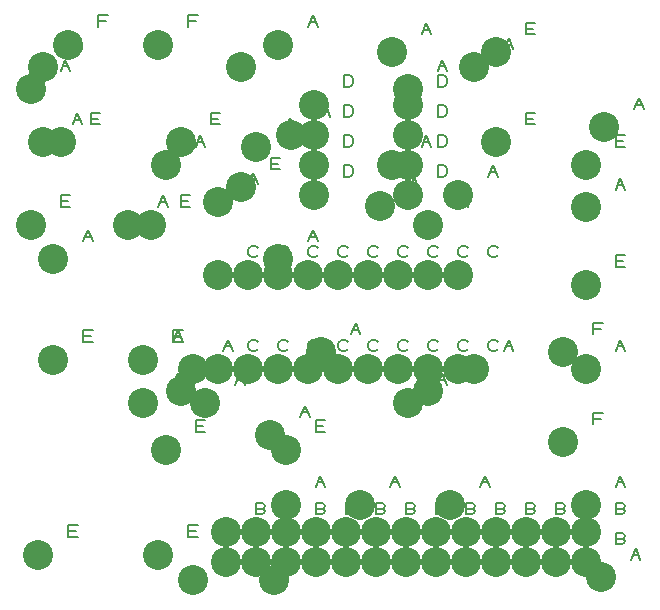
<source format=gbr>
G04 DesignSpark PCB Gerber Version 11.0 Build 5877*
G04 #@! TF.Part,Single*
G04 #@! TF.FileFunction,Drillmap*
G04 #@! TF.FilePolarity,Positive*
%FSLAX35Y35*%
%MOIN*%
%ADD24C,0.00500*%
G04 #@! TA.AperFunction,ViaPad*
%ADD74C,0.10000*%
G04 #@! TD.AperFunction*
X0Y0D02*
D02*
D24*
X25600Y134337D02*
Y138087D01*
X28725D01*
X28100Y136212D02*
X25600D01*
Y134337D02*
X28725D01*
X25600Y179620D02*
X27163Y183370D01*
X28725Y179620D01*
X26225Y181183D02*
X28100D01*
Y24337D02*
Y28087D01*
X31225D01*
X30600Y26212D02*
X28100D01*
Y24337D02*
X31225D01*
X29600Y161837D02*
X31163Y165587D01*
X32725Y161837D01*
X30225Y163400D02*
X32100D01*
X29600Y186837D02*
X31163Y190587D01*
X32725Y186837D01*
X30225Y188400D02*
X32100D01*
X33100Y89337D02*
Y93087D01*
X36225D01*
X35600Y91212D02*
X33100D01*
Y89337D02*
X36225D01*
X33100Y122744D02*
X34663Y126494D01*
X36225Y122744D01*
X33725Y124307D02*
X35600D01*
Y161837D02*
Y165587D01*
X38725D01*
X38100Y163712D02*
X35600D01*
Y161837D02*
X38725D01*
X38100Y194337D02*
Y198087D01*
X41225D01*
X40600Y196212D02*
X38100D01*
X58116Y134337D02*
X59678Y138087D01*
X61241Y134337D01*
X58741Y135900D02*
X60616D01*
X63100Y74993D02*
X64663Y78743D01*
X66225Y74993D01*
X63725Y76555D02*
X65600D01*
X63100Y89337D02*
Y93087D01*
X66225D01*
X65600Y91212D02*
X63100D01*
Y89337D02*
X66225D01*
X63100D02*
X64663Y93087D01*
X66225Y89337D01*
X63725Y90900D02*
X65600D01*
Y134337D02*
Y138087D01*
X68725D01*
X68100Y136212D02*
X65600D01*
Y134337D02*
X68725D01*
X68100Y24337D02*
Y28087D01*
X71225D01*
X70600Y26212D02*
X68100D01*
Y24337D02*
X71225D01*
X68100Y194337D02*
Y198087D01*
X71225D01*
X70600Y196212D02*
X68100D01*
X70600Y59337D02*
Y63087D01*
X73725D01*
X73100Y61212D02*
X70600D01*
Y59337D02*
X73725D01*
X70600Y154337D02*
X72163Y158087D01*
X73725Y154337D01*
X71225Y155900D02*
X73100D01*
X75600Y78977D02*
X77163Y82727D01*
X78725Y78977D01*
X76225Y80539D02*
X78100D01*
X75600Y161837D02*
Y165587D01*
X78725D01*
X78100Y163712D02*
X75600D01*
Y161837D02*
X78725D01*
X79850Y15687D02*
X81413Y19437D01*
X82975Y15687D01*
X80475Y17250D02*
X82350D01*
X79850Y86211D02*
X81413Y89961D01*
X82975Y86211D01*
X80475Y87774D02*
X82350D01*
X83834Y74993D02*
X85397Y78743D01*
X86959Y74993D01*
X84459Y76555D02*
X86334D01*
X91225Y86836D02*
X90913Y86524D01*
X90287Y86211D01*
X89350D01*
X88725Y86524D01*
X88413Y86836D01*
X88100Y87461D01*
Y88711D01*
X88413Y89336D01*
X88725Y89649D01*
X89350Y89961D01*
X90287D01*
X90913Y89649D01*
X91225Y89336D01*
Y118088D02*
X90913Y117776D01*
X90287Y117463D01*
X89350D01*
X88725Y117776D01*
X88413Y118088D01*
X88100Y118713D01*
Y119963D01*
X88413Y120588D01*
X88725Y120901D01*
X89350Y121213D01*
X90287D01*
X90913Y120901D01*
X91225Y120588D01*
X88100Y141853D02*
X89663Y145603D01*
X91225Y141853D01*
X88725Y143415D02*
X90600D01*
X92787Y23712D02*
X93413Y23400D01*
X93725Y22775D01*
X93413Y22150D01*
X92787Y21837D01*
X90600D01*
Y25587D01*
X92787D01*
X93413Y25275D01*
X93725Y24650D01*
X93413Y24025D01*
X92787Y23712D01*
X90600D01*
X92787Y33712D02*
X93413Y33400D01*
X93725Y32775D01*
X93413Y32150D01*
X92787Y31837D01*
X90600D01*
Y35587D01*
X92787D01*
X93413Y35275D01*
X93725Y34650D01*
X93413Y34025D01*
X92787Y33712D01*
X90600D01*
X95600Y146837D02*
Y150587D01*
X98725D01*
X98100Y148712D02*
X95600D01*
Y146837D02*
X98725D01*
X95600Y186837D02*
Y190587D01*
X98725D01*
X98100Y188712D02*
X95600D01*
Y186837D02*
X98725D01*
X101225Y86836D02*
X100913Y86524D01*
X100287Y86211D01*
X99350D01*
X98725Y86524D01*
X98413Y86836D01*
X98100Y87461D01*
Y88711D01*
X98413Y89336D01*
X98725Y89649D01*
X99350Y89961D01*
X100287D01*
X100913Y89649D01*
X101225Y89336D01*
Y118088D02*
X100913Y117776D01*
X100287Y117463D01*
X99350D01*
X98725Y117776D01*
X98413Y118088D01*
X98100Y118713D01*
Y119963D01*
X98413Y120588D01*
X98725Y120901D01*
X99350Y121213D01*
X100287D01*
X100913Y120901D01*
X101225Y120588D01*
X100584Y160069D02*
X102147Y163819D01*
X103709Y160069D01*
X101209Y161632D02*
X103084D01*
X102787Y23712D02*
X103413Y23400D01*
X103725Y22775D01*
X103413Y22150D01*
X102787Y21837D01*
X100600D01*
Y25587D01*
X102787D01*
X103413Y25275D01*
X103725Y24650D01*
X103413Y24025D01*
X102787Y23712D01*
X100600D01*
X102787Y33712D02*
X103413Y33400D01*
X103725Y32775D01*
X103413Y32150D01*
X102787Y31837D01*
X100600D01*
Y35587D01*
X102787D01*
X103413Y35275D01*
X103725Y34650D01*
X103413Y34025D01*
X102787Y33712D01*
X100600D01*
X105466Y64321D02*
X107029Y68071D01*
X108591Y64321D01*
X106091Y65884D02*
X107966D01*
X106616Y15687D02*
X108178Y19437D01*
X109741Y15687D01*
X107241Y17250D02*
X109116D01*
X111225Y86836D02*
X110913Y86524D01*
X110287Y86211D01*
X109350D01*
X108725Y86524D01*
X108413Y86836D01*
X108100Y87461D01*
Y88711D01*
X108413Y89336D01*
X108725Y89649D01*
X109350Y89961D01*
X110287D01*
X110913Y89649D01*
X111225Y89336D01*
Y118088D02*
X110913Y117776D01*
X110287Y117463D01*
X109350D01*
X108725Y117776D01*
X108413Y118088D01*
X108100Y118713D01*
Y119963D01*
X108413Y120588D01*
X108725Y120901D01*
X109350Y121213D01*
X110287D01*
X110913Y120901D01*
X111225Y120588D01*
X108100Y122744D02*
X109663Y126494D01*
X111225Y122744D01*
X108725Y124307D02*
X110600D01*
X108100Y194337D02*
X109663Y198087D01*
X111225Y194337D01*
X108725Y195900D02*
X110600D01*
X112787Y23712D02*
X113413Y23400D01*
X113725Y22775D01*
X113413Y22150D01*
X112787Y21837D01*
X110600D01*
Y25587D01*
X112787D01*
X113413Y25275D01*
X113725Y24650D01*
X113413Y24025D01*
X112787Y23712D01*
X110600D01*
X112787Y33712D02*
X113413Y33400D01*
X113725Y32775D01*
X113413Y32150D01*
X112787Y31837D01*
X110600D01*
Y35587D01*
X112787D01*
X113413Y35275D01*
X113725Y34650D01*
X113413Y34025D01*
X112787Y33712D01*
X110600D01*
Y40955D02*
X112163Y44705D01*
X113725Y40955D01*
X111225Y42518D02*
X113100D01*
X110600Y59337D02*
Y63087D01*
X113725D01*
X113100Y61212D02*
X110600D01*
Y59337D02*
X113725D01*
X112366Y164337D02*
X113928Y168087D01*
X115491Y164337D01*
X112991Y165900D02*
X114866D01*
X121225Y86836D02*
X120913Y86524D01*
X120287Y86211D01*
X119350D01*
X118725Y86524D01*
X118413Y86836D01*
X118100Y87461D01*
Y88711D01*
X118413Y89336D01*
X118725Y89649D01*
X119350Y89961D01*
X120287D01*
X120913Y89649D01*
X121225Y89336D01*
Y118088D02*
X120913Y117776D01*
X120287Y117463D01*
X119350D01*
X118725Y117776D01*
X118413Y118088D01*
X118100Y118713D01*
Y119963D01*
X118413Y120588D01*
X118725Y120901D01*
X119350Y121213D01*
X120287D01*
X120913Y120901D01*
X121225Y120588D01*
X119970Y144337D02*
Y148087D01*
X121845D01*
X122470Y147775D01*
X122783Y147462D01*
X123095Y146837D01*
Y145587D01*
X122783Y144962D01*
X122470Y144650D01*
X121845Y144337D01*
X119970D01*
Y154337D02*
Y158087D01*
X121845D01*
X122470Y157775D01*
X122783Y157462D01*
X123095Y156837D01*
Y155587D01*
X122783Y154962D01*
X122470Y154650D01*
X121845Y154337D01*
X119970D01*
Y164337D02*
Y168087D01*
X121845D01*
X122470Y167775D01*
X122783Y167462D01*
X123095Y166837D01*
Y165587D01*
X122783Y164962D01*
X122470Y164650D01*
X121845Y164337D01*
X119970D01*
Y174337D02*
Y178087D01*
X121845D01*
X122470Y177775D01*
X122783Y177462D01*
X123095Y176837D01*
Y175587D01*
X122783Y174962D01*
X122470Y174650D01*
X121845Y174337D01*
X119970D01*
X122787Y23712D02*
X123413Y23400D01*
X123725Y22775D01*
X123413Y22150D01*
X122787Y21837D01*
X120600D01*
Y25587D01*
X122787D01*
X123413Y25275D01*
X123725Y24650D01*
X123413Y24025D01*
X122787Y23712D01*
X120600D01*
X122787Y33712D02*
X123413Y33400D01*
X123725Y32775D01*
X123413Y32150D01*
X122787Y31837D01*
X120600D01*
Y35587D01*
X122787D01*
X123413Y35275D01*
X123725Y34650D01*
X123413Y34025D01*
X122787Y33712D01*
X120600D01*
X122366Y91837D02*
X123928Y95587D01*
X125491Y91837D01*
X122991Y93400D02*
X124866D01*
X131225Y86836D02*
X130913Y86524D01*
X130287Y86211D01*
X129350D01*
X128725Y86524D01*
X128413Y86836D01*
X128100Y87461D01*
Y88711D01*
X128413Y89336D01*
X128725Y89649D01*
X129350Y89961D01*
X130287D01*
X130913Y89649D01*
X131225Y89336D01*
Y118088D02*
X130913Y117776D01*
X130287Y117463D01*
X129350D01*
X128725Y117776D01*
X128413Y118088D01*
X128100Y118713D01*
Y119963D01*
X128413Y120588D01*
X128725Y120901D01*
X129350Y121213D01*
X130287D01*
X130913Y120901D01*
X131225Y120588D01*
X132787Y23712D02*
X133413Y23400D01*
X133725Y22775D01*
X133413Y22150D01*
X132787Y21837D01*
X130600D01*
Y25587D01*
X132787D01*
X133413Y25275D01*
X133725Y24650D01*
X133413Y24025D01*
X132787Y23712D01*
X130600D01*
X132787Y33712D02*
X133413Y33400D01*
X133725Y32775D01*
X133413Y32150D01*
X132787Y31837D01*
X130600D01*
Y35587D01*
X132787D01*
X133413Y35275D01*
X133725Y34650D01*
X133413Y34025D01*
X132787Y33712D01*
X130600D01*
X135466Y40955D02*
X137029Y44705D01*
X138591Y40955D01*
X136091Y42518D02*
X137966D01*
X141225Y86836D02*
X140913Y86524D01*
X140287Y86211D01*
X139350D01*
X138725Y86524D01*
X138413Y86836D01*
X138100Y87461D01*
Y88711D01*
X138413Y89336D01*
X138725Y89649D01*
X139350Y89961D01*
X140287D01*
X140913Y89649D01*
X141225Y89336D01*
Y118088D02*
X140913Y117776D01*
X140287Y117463D01*
X139350D01*
X138725Y117776D01*
X138413Y118088D01*
X138100Y118713D01*
Y119963D01*
X138413Y120588D01*
X138725Y120901D01*
X139350Y121213D01*
X140287D01*
X140913Y120901D01*
X141225Y120588D01*
X142787Y23712D02*
X143413Y23400D01*
X143725Y22775D01*
X143413Y22150D01*
X142787Y21837D01*
X140600D01*
Y25587D01*
X142787D01*
X143413Y25275D01*
X143725Y24650D01*
X143413Y24025D01*
X142787Y23712D01*
X140600D01*
X142787Y33712D02*
X143413Y33400D01*
X143725Y32775D01*
X143413Y32150D01*
X142787Y31837D01*
X140600D01*
Y35587D01*
X142787D01*
X143413Y35275D01*
X143725Y34650D01*
X143413Y34025D01*
X142787Y33712D01*
X140600D01*
X141962Y140353D02*
X143525Y144103D01*
X145087Y140353D01*
X142587Y141915D02*
X144462D01*
X145946Y154337D02*
X147509Y158087D01*
X149072Y154337D01*
X146572Y155900D02*
X148446D01*
X145946Y191837D02*
X147509Y195587D01*
X149072Y191837D01*
X146572Y193400D02*
X148446D01*
X151225Y86836D02*
X150913Y86524D01*
X150287Y86211D01*
X149350D01*
X148725Y86524D01*
X148413Y86836D01*
X148100Y87461D01*
Y88711D01*
X148413Y89336D01*
X148725Y89649D01*
X149350Y89961D01*
X150287D01*
X150913Y89649D01*
X151225Y89336D01*
Y118088D02*
X150913Y117776D01*
X150287Y117463D01*
X149350D01*
X148725Y117776D01*
X148413Y118088D01*
X148100Y118713D01*
Y119963D01*
X148413Y120588D01*
X148725Y120901D01*
X149350Y121213D01*
X150287D01*
X150913Y120901D01*
X151225Y120588D01*
X152787Y23712D02*
X153413Y23400D01*
X153725Y22775D01*
X153413Y22150D01*
X152787Y21837D01*
X150600D01*
Y25587D01*
X152787D01*
X153413Y25275D01*
X153725Y24650D01*
X153413Y24025D01*
X152787Y23712D01*
X150600D01*
X152787Y33712D02*
X153413Y33400D01*
X153725Y32775D01*
X153413Y32150D01*
X152787Y31837D01*
X150600D01*
Y35587D01*
X152787D01*
X153413Y35275D01*
X153725Y34650D01*
X153413Y34025D01*
X152787Y33712D01*
X150600D01*
X151230Y74993D02*
X152793Y78743D01*
X154355Y74993D01*
X151855Y76555D02*
X153730D01*
X151230Y144337D02*
Y148087D01*
X153105D01*
X153730Y147775D01*
X154043Y147462D01*
X154355Y146837D01*
Y145587D01*
X154043Y144962D01*
X153730Y144650D01*
X153105Y144337D01*
X151230D01*
Y154337D02*
Y158087D01*
X153105D01*
X153730Y157775D01*
X154043Y157462D01*
X154355Y156837D01*
Y155587D01*
X154043Y154962D01*
X153730Y154650D01*
X153105Y154337D01*
X151230D01*
Y164337D02*
Y168087D01*
X153105D01*
X153730Y167775D01*
X154043Y167462D01*
X154355Y166837D01*
Y165587D01*
X154043Y164962D01*
X153730Y164650D01*
X153105Y164337D01*
X151230D01*
Y174337D02*
Y178087D01*
X153105D01*
X153730Y177775D01*
X154043Y177462D01*
X154355Y176837D01*
Y175587D01*
X154043Y174962D01*
X153730Y174650D01*
X153105Y174337D01*
X151230D01*
Y179620D02*
X152793Y183370D01*
X154355Y179620D01*
X151855Y181183D02*
X153730D01*
X158100Y78977D02*
X159663Y82727D01*
X161225Y78977D01*
X158725Y80539D02*
X160600D01*
X161225Y86836D02*
X160913Y86524D01*
X160287Y86211D01*
X159350D01*
X158725Y86524D01*
X158413Y86836D01*
X158100Y87461D01*
Y88711D01*
X158413Y89336D01*
X158725Y89649D01*
X159350Y89961D01*
X160287D01*
X160913Y89649D01*
X161225Y89336D01*
Y118088D02*
X160913Y117776D01*
X160287Y117463D01*
X159350D01*
X158725Y117776D01*
X158413Y118088D01*
X158100Y118713D01*
Y119963D01*
X158413Y120588D01*
X158725Y120901D01*
X159350Y121213D01*
X160287D01*
X160913Y120901D01*
X161225Y120588D01*
X158100Y134337D02*
X159663Y138087D01*
X161225Y134337D01*
X158725Y135900D02*
X160600D01*
X162787Y23712D02*
X163413Y23400D01*
X163725Y22775D01*
X163413Y22150D01*
X162787Y21837D01*
X160600D01*
Y25587D01*
X162787D01*
X163413Y25275D01*
X163725Y24650D01*
X163413Y24025D01*
X162787Y23712D01*
X160600D01*
X162787Y33712D02*
X163413Y33400D01*
X163725Y32775D01*
X163413Y32150D01*
X162787Y31837D01*
X160600D01*
Y35587D01*
X162787D01*
X163413Y35275D01*
X163725Y34650D01*
X163413Y34025D01*
X162787Y33712D01*
X160600D01*
X165466Y40955D02*
X167029Y44705D01*
X168591Y40955D01*
X166091Y42518D02*
X167966D01*
X171225Y86836D02*
X170913Y86524D01*
X170287Y86211D01*
X169350D01*
X168725Y86524D01*
X168413Y86836D01*
X168100Y87461D01*
Y88711D01*
X168413Y89336D01*
X168725Y89649D01*
X169350Y89961D01*
X170287D01*
X170913Y89649D01*
X171225Y89336D01*
Y118088D02*
X170913Y117776D01*
X170287Y117463D01*
X169350D01*
X168725Y117776D01*
X168413Y118088D01*
X168100Y118713D01*
Y119963D01*
X168413Y120588D01*
X168725Y120901D01*
X169350Y121213D01*
X170287D01*
X170913Y120901D01*
X171225Y120588D01*
X168100Y144337D02*
X169663Y148087D01*
X171225Y144337D01*
X168725Y145900D02*
X170600D01*
X172787Y23712D02*
X173413Y23400D01*
X173725Y22775D01*
X173413Y22150D01*
X172787Y21837D01*
X170600D01*
Y25587D01*
X172787D01*
X173413Y25275D01*
X173725Y24650D01*
X173413Y24025D01*
X172787Y23712D01*
X170600D01*
X172787Y33712D02*
X173413Y33400D01*
X173725Y32775D01*
X173413Y32150D01*
X172787Y31837D01*
X170600D01*
Y35587D01*
X172787D01*
X173413Y35275D01*
X173725Y34650D01*
X173413Y34025D01*
X172787Y33712D01*
X170600D01*
X173381Y86211D02*
X174944Y89961D01*
X176507Y86211D01*
X174007Y87774D02*
X175881D01*
X173381Y186837D02*
X174944Y190587D01*
X176507Y186837D01*
X174007Y188400D02*
X175881D01*
X182787Y23712D02*
X183413Y23400D01*
X183725Y22775D01*
X183413Y22150D01*
X182787Y21837D01*
X180600D01*
Y25587D01*
X182787D01*
X183413Y25275D01*
X183725Y24650D01*
X183413Y24025D01*
X182787Y23712D01*
X180600D01*
X182787Y33712D02*
X183413Y33400D01*
X183725Y32775D01*
X183413Y32150D01*
X182787Y31837D01*
X180600D01*
Y35587D01*
X182787D01*
X183413Y35275D01*
X183725Y34650D01*
X183413Y34025D01*
X182787Y33712D01*
X180600D01*
Y161837D02*
Y165587D01*
X183725D01*
X183100Y163712D02*
X180600D01*
Y161837D02*
X183725D01*
X180600Y191837D02*
Y195587D01*
X183725D01*
X183100Y193712D02*
X180600D01*
Y191837D02*
X183725D01*
X192787Y23712D02*
X193413Y23400D01*
X193725Y22775D01*
X193413Y22150D01*
X192787Y21837D01*
X190600D01*
Y25587D01*
X192787D01*
X193413Y25275D01*
X193725Y24650D01*
X193413Y24025D01*
X192787Y23712D01*
X190600D01*
X192787Y33712D02*
X193413Y33400D01*
X193725Y32775D01*
X193413Y32150D01*
X192787Y31837D01*
X190600D01*
Y35587D01*
X192787D01*
X193413Y35275D01*
X193725Y34650D01*
X193413Y34025D01*
X192787Y33712D01*
X190600D01*
X202787Y23712D02*
X203413Y23400D01*
X203725Y22775D01*
X203413Y22150D01*
X202787Y21837D01*
X200600D01*
Y25587D01*
X202787D01*
X203413Y25275D01*
X203725Y24650D01*
X203413Y24025D01*
X202787Y23712D01*
X200600D01*
X202787Y33712D02*
X203413Y33400D01*
X203725Y32775D01*
X203413Y32150D01*
X202787Y31837D01*
X200600D01*
Y35587D01*
X202787D01*
X203413Y35275D01*
X203725Y34650D01*
X203413Y34025D01*
X202787Y33712D01*
X200600D01*
X203100Y61837D02*
Y65587D01*
X206225D01*
X205600Y63712D02*
X203100D01*
Y91837D02*
Y95587D01*
X206225D01*
X205600Y93712D02*
X203100D01*
X212787Y23712D02*
X213413Y23400D01*
X213725Y22775D01*
X213413Y22150D01*
X212787Y21837D01*
X210600D01*
Y25587D01*
X212787D01*
X213413Y25275D01*
X213725Y24650D01*
X213413Y24025D01*
X212787Y23712D01*
X210600D01*
X212787Y33712D02*
X213413Y33400D01*
X213725Y32775D01*
X213413Y32150D01*
X212787Y31837D01*
X210600D01*
Y35587D01*
X212787D01*
X213413Y35275D01*
X213725Y34650D01*
X213413Y34025D01*
X212787Y33712D01*
X210600D01*
Y40955D02*
X212163Y44705D01*
X213725Y40955D01*
X211225Y42518D02*
X213100D01*
X210600Y86211D02*
X212163Y89961D01*
X213725Y86211D01*
X211225Y87774D02*
X213100D01*
X210600Y114337D02*
Y118087D01*
X213725D01*
X213100Y116212D02*
X210600D01*
Y114337D02*
X213725D01*
X210600Y140069D02*
X212163Y143819D01*
X213725Y140069D01*
X211225Y141632D02*
X213100D01*
X210600Y154337D02*
Y158087D01*
X213725D01*
X213100Y156212D02*
X210600D01*
Y154337D02*
X213725D01*
X215734Y16703D02*
X217296Y20453D01*
X218859Y16703D01*
X216359Y18266D02*
X218234D01*
X216750Y166821D02*
X218312Y170571D01*
X219875Y166821D01*
X217375Y168384D02*
X219250D01*
D02*
D74*
X15600Y128400D03*
Y173683D03*
X18100Y18400D03*
X19600Y155900D03*
Y180900D03*
X23100Y83400D03*
Y116807D03*
X25600Y155900D03*
X28100Y188400D03*
X48116Y128400D03*
X53100Y69055D03*
Y83400D03*
D03*
X55600Y128400D03*
X58100Y18400D03*
Y188400D03*
X60600Y53400D03*
Y148400D03*
X65600Y73039D03*
Y155900D03*
X69850Y9750D03*
Y80274D03*
X73834Y69055D03*
X78100Y80274D03*
Y111526D03*
Y135915D03*
X80600Y15900D03*
Y25900D03*
X85600Y140900D03*
Y180900D03*
X88100Y80274D03*
Y111526D03*
X90584Y154132D03*
X90600Y15900D03*
Y25900D03*
X95466Y58384D03*
X96616Y9750D03*
X98100Y80274D03*
Y111526D03*
Y116807D03*
Y188400D03*
X100600Y15900D03*
Y25900D03*
Y35018D03*
Y53400D03*
X102366Y158400D03*
X108100Y80274D03*
Y111526D03*
X109970Y138400D03*
Y148400D03*
Y158400D03*
Y168400D03*
X110600Y15900D03*
Y25900D03*
X112366Y85900D03*
X118100Y80274D03*
Y111526D03*
X120600Y15900D03*
Y25900D03*
X125466Y35018D03*
X128100Y80274D03*
Y111526D03*
X130600Y15900D03*
Y25900D03*
X131962Y134415D03*
X135946Y148400D03*
Y185900D03*
X138100Y80274D03*
Y111526D03*
X140600Y15900D03*
Y25900D03*
X141230Y69055D03*
Y138400D03*
Y148400D03*
Y158400D03*
Y168400D03*
Y173683D03*
X148100Y73039D03*
Y80274D03*
Y111526D03*
Y128400D03*
X150600Y15900D03*
Y25900D03*
X155466Y35018D03*
X158100Y80274D03*
Y111526D03*
Y138400D03*
X160600Y15900D03*
Y25900D03*
X163381Y80274D03*
Y180900D03*
X170600Y15900D03*
Y25900D03*
Y155900D03*
Y185900D03*
X180600Y15900D03*
Y25900D03*
X190600Y15900D03*
Y25900D03*
X193100Y55900D03*
Y85900D03*
X200600Y15900D03*
Y25900D03*
Y35018D03*
Y80274D03*
Y108400D03*
Y134132D03*
Y148400D03*
X205734Y10766D03*
X206750Y160884D03*
X0Y0D02*
M02*

</source>
